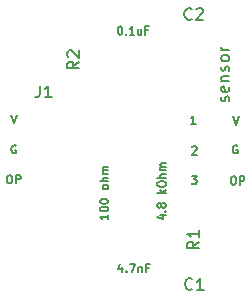
<source format=gto>
%TF.GenerationSoftware,KiCad,Pcbnew,(6.0.6)*%
%TF.CreationDate,2022-06-23T13:21:08-07:00*%
%TF.ProjectId,A1301EUA-T_HallEffectBoard,41313330-3145-4554-912d-545f48616c6c,rev?*%
%TF.SameCoordinates,Original*%
%TF.FileFunction,Legend,Top*%
%TF.FilePolarity,Positive*%
%FSLAX46Y46*%
G04 Gerber Fmt 4.6, Leading zero omitted, Abs format (unit mm)*
G04 Created by KiCad (PCBNEW (6.0.6)) date 2022-06-23 13:21:08*
%MOMM*%
%LPD*%
G01*
G04 APERTURE LIST*
%ADD10C,0.150000*%
%ADD11C,1.600000*%
%ADD12O,1.600000X1.600000*%
%ADD13R,1.700000X1.700000*%
%ADD14O,1.700000X1.700000*%
%ADD15R,1.300000X1.300000*%
%ADD16C,1.300000*%
G04 APERTURE END LIST*
D10*
X20198533Y-13620000D02*
X20131866Y-13586666D01*
X20031866Y-13586666D01*
X19931866Y-13620000D01*
X19865200Y-13686666D01*
X19831866Y-13753333D01*
X19798533Y-13886666D01*
X19798533Y-13986666D01*
X19831866Y-14120000D01*
X19865200Y-14186666D01*
X19931866Y-14253333D01*
X20031866Y-14286666D01*
X20098533Y-14286666D01*
X20198533Y-14253333D01*
X20231866Y-14220000D01*
X20231866Y-13986666D01*
X20098533Y-13986666D01*
X853333Y-16126666D02*
X986666Y-16126666D01*
X1053333Y-16160000D01*
X1120000Y-16226666D01*
X1153333Y-16360000D01*
X1153333Y-16593333D01*
X1120000Y-16726666D01*
X1053333Y-16793333D01*
X986666Y-16826666D01*
X853333Y-16826666D01*
X786666Y-16793333D01*
X720000Y-16726666D01*
X686666Y-16593333D01*
X686666Y-16360000D01*
X720000Y-16226666D01*
X786666Y-16160000D01*
X853333Y-16126666D01*
X1453333Y-16826666D02*
X1453333Y-16126666D01*
X1720000Y-16126666D01*
X1786666Y-16160000D01*
X1820000Y-16193333D01*
X1853333Y-16260000D01*
X1853333Y-16360000D01*
X1820000Y-16426666D01*
X1786666Y-16460000D01*
X1720000Y-16493333D01*
X1453333Y-16493333D01*
X16360800Y-13754933D02*
X16394133Y-13721600D01*
X16460800Y-13688266D01*
X16627466Y-13688266D01*
X16694133Y-13721600D01*
X16727466Y-13754933D01*
X16760800Y-13821600D01*
X16760800Y-13888266D01*
X16727466Y-13988266D01*
X16327466Y-14388266D01*
X16760800Y-14388266D01*
X10240000Y-3526666D02*
X10306666Y-3526666D01*
X10373333Y-3560000D01*
X10406666Y-3593333D01*
X10440000Y-3660000D01*
X10473333Y-3793333D01*
X10473333Y-3960000D01*
X10440000Y-4093333D01*
X10406666Y-4160000D01*
X10373333Y-4193333D01*
X10306666Y-4226666D01*
X10240000Y-4226666D01*
X10173333Y-4193333D01*
X10140000Y-4160000D01*
X10106666Y-4093333D01*
X10073333Y-3960000D01*
X10073333Y-3793333D01*
X10106666Y-3660000D01*
X10140000Y-3593333D01*
X10173333Y-3560000D01*
X10240000Y-3526666D01*
X10773333Y-4160000D02*
X10806666Y-4193333D01*
X10773333Y-4226666D01*
X10740000Y-4193333D01*
X10773333Y-4160000D01*
X10773333Y-4226666D01*
X11473333Y-4226666D02*
X11073333Y-4226666D01*
X11273333Y-4226666D02*
X11273333Y-3526666D01*
X11206666Y-3626666D01*
X11140000Y-3693333D01*
X11073333Y-3726666D01*
X12073333Y-3760000D02*
X12073333Y-4226666D01*
X11773333Y-3760000D02*
X11773333Y-4126666D01*
X11806666Y-4193333D01*
X11873333Y-4226666D01*
X11973333Y-4226666D01*
X12040000Y-4193333D01*
X12073333Y-4160000D01*
X12640000Y-3860000D02*
X12406666Y-3860000D01*
X12406666Y-4226666D02*
X12406666Y-3526666D01*
X12740000Y-3526666D01*
X16327466Y-16177466D02*
X16760800Y-16177466D01*
X16527466Y-16444133D01*
X16627466Y-16444133D01*
X16694133Y-16477466D01*
X16727466Y-16510800D01*
X16760800Y-16577466D01*
X16760800Y-16744133D01*
X16727466Y-16810800D01*
X16694133Y-16844133D01*
X16627466Y-16877466D01*
X16427466Y-16877466D01*
X16360800Y-16844133D01*
X16327466Y-16810800D01*
X1036666Y-11046666D02*
X1270000Y-11746666D01*
X1503333Y-11046666D01*
X16659200Y-11797466D02*
X16259200Y-11797466D01*
X16459200Y-11797466D02*
X16459200Y-11097466D01*
X16392533Y-11197466D01*
X16325866Y-11264133D01*
X16259200Y-11297466D01*
X19454761Y-9881904D02*
X19502380Y-9786666D01*
X19502380Y-9596190D01*
X19454761Y-9500952D01*
X19359523Y-9453333D01*
X19311904Y-9453333D01*
X19216666Y-9500952D01*
X19169047Y-9596190D01*
X19169047Y-9739047D01*
X19121428Y-9834285D01*
X19026190Y-9881904D01*
X18978571Y-9881904D01*
X18883333Y-9834285D01*
X18835714Y-9739047D01*
X18835714Y-9596190D01*
X18883333Y-9500952D01*
X19454761Y-8643809D02*
X19502380Y-8739047D01*
X19502380Y-8929523D01*
X19454761Y-9024761D01*
X19359523Y-9072380D01*
X18978571Y-9072380D01*
X18883333Y-9024761D01*
X18835714Y-8929523D01*
X18835714Y-8739047D01*
X18883333Y-8643809D01*
X18978571Y-8596190D01*
X19073809Y-8596190D01*
X19169047Y-9072380D01*
X18835714Y-8167619D02*
X19502380Y-8167619D01*
X18930952Y-8167619D02*
X18883333Y-8120000D01*
X18835714Y-8024761D01*
X18835714Y-7881904D01*
X18883333Y-7786666D01*
X18978571Y-7739047D01*
X19502380Y-7739047D01*
X19454761Y-7310476D02*
X19502380Y-7215238D01*
X19502380Y-7024761D01*
X19454761Y-6929523D01*
X19359523Y-6881904D01*
X19311904Y-6881904D01*
X19216666Y-6929523D01*
X19169047Y-7024761D01*
X19169047Y-7167619D01*
X19121428Y-7262857D01*
X19026190Y-7310476D01*
X18978571Y-7310476D01*
X18883333Y-7262857D01*
X18835714Y-7167619D01*
X18835714Y-7024761D01*
X18883333Y-6929523D01*
X19502380Y-6310476D02*
X19454761Y-6405714D01*
X19407142Y-6453333D01*
X19311904Y-6500952D01*
X19026190Y-6500952D01*
X18930952Y-6453333D01*
X18883333Y-6405714D01*
X18835714Y-6310476D01*
X18835714Y-6167619D01*
X18883333Y-6072380D01*
X18930952Y-6024761D01*
X19026190Y-5977142D01*
X19311904Y-5977142D01*
X19407142Y-6024761D01*
X19454761Y-6072380D01*
X19502380Y-6167619D01*
X19502380Y-6310476D01*
X19502380Y-5548571D02*
X18835714Y-5548571D01*
X19026190Y-5548571D02*
X18930952Y-5500952D01*
X18883333Y-5453333D01*
X18835714Y-5358095D01*
X18835714Y-5262857D01*
X10446666Y-23880000D02*
X10446666Y-24346666D01*
X10280000Y-23613333D02*
X10113333Y-24113333D01*
X10546666Y-24113333D01*
X10813333Y-24280000D02*
X10846666Y-24313333D01*
X10813333Y-24346666D01*
X10780000Y-24313333D01*
X10813333Y-24280000D01*
X10813333Y-24346666D01*
X11080000Y-23646666D02*
X11546666Y-23646666D01*
X11246666Y-24346666D01*
X11813333Y-23880000D02*
X11813333Y-24346666D01*
X11813333Y-23946666D02*
X11846666Y-23913333D01*
X11913333Y-23880000D01*
X12013333Y-23880000D01*
X12080000Y-23913333D01*
X12113333Y-23980000D01*
X12113333Y-24346666D01*
X12680000Y-23980000D02*
X12446666Y-23980000D01*
X12446666Y-24346666D02*
X12446666Y-23646666D01*
X12780000Y-23646666D01*
X9257466Y-19460933D02*
X9257466Y-19860933D01*
X9257466Y-19660933D02*
X8557466Y-19660933D01*
X8657466Y-19727600D01*
X8724133Y-19794266D01*
X8757466Y-19860933D01*
X8557466Y-19027600D02*
X8557466Y-18960933D01*
X8590800Y-18894266D01*
X8624133Y-18860933D01*
X8690800Y-18827600D01*
X8824133Y-18794266D01*
X8990800Y-18794266D01*
X9124133Y-18827600D01*
X9190800Y-18860933D01*
X9224133Y-18894266D01*
X9257466Y-18960933D01*
X9257466Y-19027600D01*
X9224133Y-19094266D01*
X9190800Y-19127600D01*
X9124133Y-19160933D01*
X8990800Y-19194266D01*
X8824133Y-19194266D01*
X8690800Y-19160933D01*
X8624133Y-19127600D01*
X8590800Y-19094266D01*
X8557466Y-19027600D01*
X8557466Y-18360933D02*
X8557466Y-18294266D01*
X8590800Y-18227600D01*
X8624133Y-18194266D01*
X8690800Y-18160933D01*
X8824133Y-18127600D01*
X8990800Y-18127600D01*
X9124133Y-18160933D01*
X9190800Y-18194266D01*
X9224133Y-18227600D01*
X9257466Y-18294266D01*
X9257466Y-18360933D01*
X9224133Y-18427600D01*
X9190800Y-18460933D01*
X9124133Y-18494266D01*
X8990800Y-18527600D01*
X8824133Y-18527600D01*
X8690800Y-18494266D01*
X8624133Y-18460933D01*
X8590800Y-18427600D01*
X8557466Y-18360933D01*
X9257466Y-17194266D02*
X9224133Y-17260933D01*
X9190800Y-17294266D01*
X9124133Y-17327600D01*
X8924133Y-17327600D01*
X8857466Y-17294266D01*
X8824133Y-17260933D01*
X8790800Y-17194266D01*
X8790800Y-17094266D01*
X8824133Y-17027600D01*
X8857466Y-16994266D01*
X8924133Y-16960933D01*
X9124133Y-16960933D01*
X9190800Y-16994266D01*
X9224133Y-17027600D01*
X9257466Y-17094266D01*
X9257466Y-17194266D01*
X9257466Y-16660933D02*
X8557466Y-16660933D01*
X9257466Y-16360933D02*
X8890800Y-16360933D01*
X8824133Y-16394266D01*
X8790800Y-16460933D01*
X8790800Y-16560933D01*
X8824133Y-16627600D01*
X8857466Y-16660933D01*
X9257466Y-16027600D02*
X8790800Y-16027600D01*
X8857466Y-16027600D02*
X8824133Y-15994266D01*
X8790800Y-15927600D01*
X8790800Y-15827600D01*
X8824133Y-15760933D01*
X8890800Y-15727600D01*
X9257466Y-15727600D01*
X8890800Y-15727600D02*
X8824133Y-15694266D01*
X8790800Y-15627600D01*
X8790800Y-15527600D01*
X8824133Y-15460933D01*
X8890800Y-15427600D01*
X9257466Y-15427600D01*
X19801733Y-16228266D02*
X19935066Y-16228266D01*
X20001733Y-16261600D01*
X20068400Y-16328266D01*
X20101733Y-16461600D01*
X20101733Y-16694933D01*
X20068400Y-16828266D01*
X20001733Y-16894933D01*
X19935066Y-16928266D01*
X19801733Y-16928266D01*
X19735066Y-16894933D01*
X19668400Y-16828266D01*
X19635066Y-16694933D01*
X19635066Y-16461600D01*
X19668400Y-16328266D01*
X19735066Y-16261600D01*
X19801733Y-16228266D01*
X20401733Y-16928266D02*
X20401733Y-16228266D01*
X20668400Y-16228266D01*
X20735066Y-16261600D01*
X20768400Y-16294933D01*
X20801733Y-16361600D01*
X20801733Y-16461600D01*
X20768400Y-16528266D01*
X20735066Y-16561600D01*
X20668400Y-16594933D01*
X20401733Y-16594933D01*
X1453333Y-13620000D02*
X1386666Y-13586666D01*
X1286666Y-13586666D01*
X1186666Y-13620000D01*
X1120000Y-13686666D01*
X1086666Y-13753333D01*
X1053333Y-13886666D01*
X1053333Y-13986666D01*
X1086666Y-14120000D01*
X1120000Y-14186666D01*
X1186666Y-14253333D01*
X1286666Y-14286666D01*
X1353333Y-14286666D01*
X1453333Y-14253333D01*
X1486666Y-14220000D01*
X1486666Y-13986666D01*
X1353333Y-13986666D01*
X19832666Y-11148266D02*
X20066000Y-11848266D01*
X20299333Y-11148266D01*
X13667600Y-19541866D02*
X14134266Y-19541866D01*
X13400933Y-19708533D02*
X13900933Y-19875200D01*
X13900933Y-19441866D01*
X14067600Y-19175200D02*
X14100933Y-19141866D01*
X14134266Y-19175200D01*
X14100933Y-19208533D01*
X14067600Y-19175200D01*
X14134266Y-19175200D01*
X13734266Y-18741866D02*
X13700933Y-18808533D01*
X13667600Y-18841866D01*
X13600933Y-18875200D01*
X13567600Y-18875200D01*
X13500933Y-18841866D01*
X13467600Y-18808533D01*
X13434266Y-18741866D01*
X13434266Y-18608533D01*
X13467600Y-18541866D01*
X13500933Y-18508533D01*
X13567600Y-18475200D01*
X13600933Y-18475200D01*
X13667600Y-18508533D01*
X13700933Y-18541866D01*
X13734266Y-18608533D01*
X13734266Y-18741866D01*
X13767600Y-18808533D01*
X13800933Y-18841866D01*
X13867600Y-18875200D01*
X14000933Y-18875200D01*
X14067600Y-18841866D01*
X14100933Y-18808533D01*
X14134266Y-18741866D01*
X14134266Y-18608533D01*
X14100933Y-18541866D01*
X14067600Y-18508533D01*
X14000933Y-18475200D01*
X13867600Y-18475200D01*
X13800933Y-18508533D01*
X13767600Y-18541866D01*
X13734266Y-18608533D01*
X14134266Y-17641866D02*
X13434266Y-17641866D01*
X13867600Y-17575200D02*
X14134266Y-17375200D01*
X13667600Y-17375199D02*
X13934266Y-17641866D01*
X13434266Y-16941866D02*
X13434266Y-16808533D01*
X13467600Y-16741866D01*
X13534266Y-16675200D01*
X13667600Y-16641866D01*
X13900933Y-16641866D01*
X14034266Y-16675200D01*
X14100933Y-16741866D01*
X14134266Y-16808533D01*
X14134266Y-16941866D01*
X14100933Y-17008533D01*
X14034266Y-17075200D01*
X13900933Y-17108533D01*
X13667600Y-17108533D01*
X13534266Y-17075200D01*
X13467600Y-17008533D01*
X13434266Y-16941866D01*
X14134266Y-16341866D02*
X13434266Y-16341866D01*
X14134266Y-16041866D02*
X13767600Y-16041866D01*
X13700933Y-16075199D01*
X13667600Y-16141866D01*
X13667600Y-16241866D01*
X13700933Y-16308533D01*
X13734266Y-16341866D01*
X14134266Y-15708533D02*
X13667600Y-15708533D01*
X13734266Y-15708533D02*
X13700933Y-15675200D01*
X13667600Y-15608533D01*
X13667600Y-15508533D01*
X13700933Y-15441866D01*
X13767600Y-15408533D01*
X14134266Y-15408533D01*
X13767600Y-15408533D02*
X13700933Y-15375200D01*
X13667600Y-15308533D01*
X13667600Y-15208533D01*
X13700933Y-15141866D01*
X13767600Y-15108533D01*
X14134266Y-15108533D01*
X16383333Y-25757142D02*
X16335714Y-25804761D01*
X16192857Y-25852380D01*
X16097619Y-25852380D01*
X15954761Y-25804761D01*
X15859523Y-25709523D01*
X15811904Y-25614285D01*
X15764285Y-25423809D01*
X15764285Y-25280952D01*
X15811904Y-25090476D01*
X15859523Y-24995238D01*
X15954761Y-24900000D01*
X16097619Y-24852380D01*
X16192857Y-24852380D01*
X16335714Y-24900000D01*
X16383333Y-24947619D01*
X17335714Y-25852380D02*
X16764285Y-25852380D01*
X17050000Y-25852380D02*
X17050000Y-24852380D01*
X16954761Y-24995238D01*
X16859523Y-25090476D01*
X16764285Y-25138095D01*
X6802380Y-6516666D02*
X6326190Y-6850000D01*
X6802380Y-7088095D02*
X5802380Y-7088095D01*
X5802380Y-6707142D01*
X5850000Y-6611904D01*
X5897619Y-6564285D01*
X5992857Y-6516666D01*
X6135714Y-6516666D01*
X6230952Y-6564285D01*
X6278571Y-6611904D01*
X6326190Y-6707142D01*
X6326190Y-7088095D01*
X5897619Y-6135714D02*
X5850000Y-6088095D01*
X5802380Y-5992857D01*
X5802380Y-5754761D01*
X5850000Y-5659523D01*
X5897619Y-5611904D01*
X5992857Y-5564285D01*
X6088095Y-5564285D01*
X6230952Y-5611904D01*
X6802380Y-6183333D01*
X6802380Y-5564285D01*
X16962380Y-21756666D02*
X16486190Y-22090000D01*
X16962380Y-22328095D02*
X15962380Y-22328095D01*
X15962380Y-21947142D01*
X16010000Y-21851904D01*
X16057619Y-21804285D01*
X16152857Y-21756666D01*
X16295714Y-21756666D01*
X16390952Y-21804285D01*
X16438571Y-21851904D01*
X16486190Y-21947142D01*
X16486190Y-22328095D01*
X16962380Y-20804285D02*
X16962380Y-21375714D01*
X16962380Y-21090000D02*
X15962380Y-21090000D01*
X16105238Y-21185238D01*
X16200476Y-21280476D01*
X16248095Y-21375714D01*
X16343333Y-2897142D02*
X16295714Y-2944761D01*
X16152857Y-2992380D01*
X16057619Y-2992380D01*
X15914761Y-2944761D01*
X15819523Y-2849523D01*
X15771904Y-2754285D01*
X15724285Y-2563809D01*
X15724285Y-2420952D01*
X15771904Y-2230476D01*
X15819523Y-2135238D01*
X15914761Y-2040000D01*
X16057619Y-1992380D01*
X16152857Y-1992380D01*
X16295714Y-2040000D01*
X16343333Y-2087619D01*
X16724285Y-2087619D02*
X16771904Y-2040000D01*
X16867142Y-1992380D01*
X17105238Y-1992380D01*
X17200476Y-2040000D01*
X17248095Y-2087619D01*
X17295714Y-2182857D01*
X17295714Y-2278095D01*
X17248095Y-2420952D01*
X16676666Y-2992380D01*
X17295714Y-2992380D01*
X3476666Y-8552380D02*
X3476666Y-9266666D01*
X3429047Y-9409523D01*
X3333809Y-9504761D01*
X3190952Y-9552380D01*
X3095714Y-9552380D01*
X4476666Y-9552380D02*
X3905238Y-9552380D01*
X4190952Y-9552380D02*
X4190952Y-8552380D01*
X4095714Y-8695238D01*
X4000476Y-8790476D01*
X3905238Y-8838095D01*
%LPC*%
D11*
X8930000Y-25400000D03*
X13930000Y-25400000D03*
X8890000Y-6350000D03*
D12*
X8890000Y-21590000D03*
D11*
X13970000Y-6350000D03*
D12*
X13970000Y-21590000D03*
D11*
X8890000Y-2540000D03*
X13890000Y-2540000D03*
D13*
X3810000Y-11430000D03*
D14*
X3810000Y-13970000D03*
X3810000Y-16510000D03*
D15*
X18389600Y-11430000D03*
D16*
X18389600Y-13970000D03*
X18389600Y-16510000D03*
M02*

</source>
